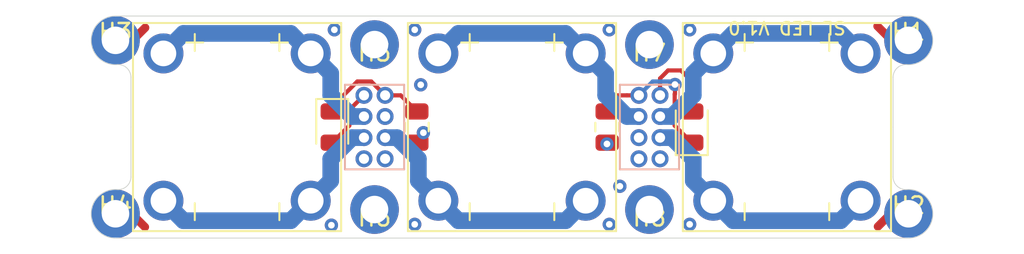
<source format=kicad_pcb>
(kicad_pcb (version 20171130) (host pcbnew "(5.1.4)-1")

  (general
    (thickness 1.6)
    (drawings 15)
    (tracks 95)
    (zones 0)
    (modules 17)
    (nets 12)
  )

  (page A4)
  (layers
    (0 F.Cu signal)
    (31 B.Cu signal)
    (32 B.Adhes user)
    (33 F.Adhes user)
    (34 B.Paste user)
    (35 F.Paste user)
    (36 B.SilkS user)
    (37 F.SilkS user)
    (38 B.Mask user)
    (39 F.Mask user)
    (40 Dwgs.User user)
    (41 Cmts.User user)
    (42 Eco1.User user)
    (43 Eco2.User user)
    (44 Edge.Cuts user)
    (45 Margin user)
    (46 B.CrtYd user)
    (47 F.CrtYd user)
    (48 B.Fab user)
    (49 F.Fab user)
  )

  (setup
    (last_trace_width 0.25)
    (user_trace_width 0.2)
    (user_trace_width 0.5)
    (user_trace_width 1)
    (trace_clearance 0.2)
    (zone_clearance 0.254)
    (zone_45_only no)
    (trace_min 0.2)
    (via_size 0.8)
    (via_drill 0.4)
    (via_min_size 0.4)
    (via_min_drill 0.3)
    (uvia_size 0.3)
    (uvia_drill 0.1)
    (uvias_allowed no)
    (uvia_min_size 0.2)
    (uvia_min_drill 0.1)
    (edge_width 0.05)
    (segment_width 0.2)
    (pcb_text_width 0.3)
    (pcb_text_size 1.5 1.5)
    (mod_edge_width 0.12)
    (mod_text_size 1 1)
    (mod_text_width 0.15)
    (pad_size 1.524 1.524)
    (pad_drill 0.762)
    (pad_to_mask_clearance 0.051)
    (solder_mask_min_width 0.25)
    (aux_axis_origin 0 0)
    (visible_elements 7FFFFFFF)
    (pcbplotparams
      (layerselection 0x010fc_ffffffff)
      (usegerberextensions false)
      (usegerberattributes false)
      (usegerberadvancedattributes false)
      (creategerberjobfile false)
      (excludeedgelayer true)
      (linewidth 0.100000)
      (plotframeref false)
      (viasonmask false)
      (mode 1)
      (useauxorigin false)
      (hpglpennumber 1)
      (hpglpenspeed 20)
      (hpglpendiameter 15.000000)
      (psnegative false)
      (psa4output false)
      (plotreference true)
      (plotvalue true)
      (plotinvisibletext false)
      (padsonsilk false)
      (subtractmaskfromsilk false)
      (outputformat 1)
      (mirror false)
      (drillshape 0)
      (scaleselection 1)
      (outputdirectory "SkateLightLEDBoard1.0/"))
  )

  (net 0 "")
  (net 1 LightSense1)
  (net 2 LightSense2)
  (net 3 GND)
  (net 4 LED2A)
  (net 5 LED1C)
  (net 6 LED1A)
  (net 7 LED2C)
  (net 8 LED3A)
  (net 9 LED3C)
  (net 10 3V3_1)
  (net 11 3V3_2)

  (net_class Default "This is the default net class."
    (clearance 0.2)
    (trace_width 0.25)
    (via_dia 0.8)
    (via_drill 0.4)
    (uvia_dia 0.3)
    (uvia_drill 0.1)
    (add_net 3V3_1)
    (add_net 3V3_2)
    (add_net GND)
    (add_net LED1A)
    (add_net LED1C)
    (add_net LED2A)
    (add_net LED2C)
    (add_net LED3A)
    (add_net LED3C)
    (add_net LightSense1)
    (add_net LightSense2)
  )

  (module LolomoloKiCADLib:Conn_2x4_0.05in (layer B.Cu) (tedit 5DB23ACC) (tstamp 5DB330C1)
    (at -7.62 -1.905 180)
    (path /5DE8A9BC)
    (fp_text reference J2 (at 0.6604 1.524 180) (layer B.SilkS) hide
      (effects (font (size 1 1) (thickness 0.15)) (justify mirror))
    )
    (fp_text value Conn_02x04_Odd_Even (at 0 0.5 180) (layer B.Fab)
      (effects (font (size 1 1) (thickness 0.15)) (justify mirror))
    )
    (fp_line (start -1.143 -4.445) (end -1.143 0.635) (layer B.SilkS) (width 0.12))
    (fp_line (start 2.413 -4.445) (end -1.143 -4.445) (layer B.SilkS) (width 0.12))
    (fp_line (start 2.413 0.635) (end 2.413 -4.445) (layer B.SilkS) (width 0.12))
    (fp_line (start -1.143 0.635) (end 2.413 0.635) (layer B.SilkS) (width 0.12))
    (pad 8 thru_hole circle (at 1.27 -3.81 180) (size 1.016 1.016) (drill 0.6096) (layers *.Cu *.Mask)
      (net 3 GND))
    (pad 7 thru_hole circle (at 0 -3.81 180) (size 1.016 1.016) (drill 0.6096) (layers *.Cu *.Mask))
    (pad 6 thru_hole circle (at 1.27 -2.54 180) (size 1.016 1.016) (drill 0.6096) (layers *.Cu *.Mask)
      (net 9 LED3C))
    (pad 5 thru_hole circle (at 0 -2.54 180) (size 1.016 1.016) (drill 0.6096) (layers *.Cu *.Mask)
      (net 7 LED2C))
    (pad 4 thru_hole circle (at 1.27 -1.27 180) (size 1.016 1.016) (drill 0.6096) (layers *.Cu *.Mask)
      (net 8 LED3A))
    (pad 3 thru_hole circle (at 0 -1.27 180) (size 1.016 1.016) (drill 0.6096) (layers *.Cu *.Mask))
    (pad 2 thru_hole circle (at 1.27 0 180) (size 1.016 1.016) (drill 0.6096) (layers *.Cu *.Mask)
      (net 11 3V3_2))
    (pad 1 thru_hole circle (at 0 0 180) (size 1.016 1.016) (drill 0.6096) (layers *.Cu *.Mask)
      (net 2 LightSense2))
  )

  (module LolomoloKiCADLib:MH_0-80_Screw_Grounded (layer F.Cu) (tedit 5DB23F78) (tstamp 5DB3D970)
    (at 8.255 4.953)
    (path /5DB3FDBA)
    (fp_text reference H8 (at 0 0.5) (layer F.SilkS)
      (effects (font (size 1 1) (thickness 0.15)))
    )
    (fp_text value MountingHole_Pad (at 0 -0.5) (layer F.Fab)
      (effects (font (size 1 1) (thickness 0.15)))
    )
    (pad 1 thru_hole circle (at 0 0) (size 2.921 2.921) (drill 1.651) (layers *.Cu *.Mask)
      (net 3 GND))
  )

  (module LolomoloKiCADLib:MH_0-80_Screw_Grounded (layer F.Cu) (tedit 5DB23F78) (tstamp 5DB3D96B)
    (at 8.255 -4.953)
    (path /5DB3FDA0)
    (fp_text reference H7 (at 0 0.5) (layer F.SilkS)
      (effects (font (size 1 1) (thickness 0.15)))
    )
    (fp_text value MountingHole_Pad (at 0 -0.5) (layer F.Fab)
      (effects (font (size 1 1) (thickness 0.15)))
    )
    (pad 1 thru_hole circle (at 0 0) (size 2.921 2.921) (drill 1.651) (layers *.Cu *.Mask)
      (net 3 GND))
  )

  (module LolomoloKiCADLib:MH_0-80_Screw_Grounded (layer F.Cu) (tedit 5DB23F78) (tstamp 5DB3D966)
    (at -8.255 4.953)
    (path /5DB3FDAD)
    (fp_text reference H6 (at 0 0.5) (layer F.SilkS)
      (effects (font (size 1 1) (thickness 0.15)))
    )
    (fp_text value MountingHole_Pad (at 0 -0.5) (layer F.Fab)
      (effects (font (size 1 1) (thickness 0.15)))
    )
    (pad 1 thru_hole circle (at 0 0) (size 2.921 2.921) (drill 1.651) (layers *.Cu *.Mask)
      (net 3 GND))
  )

  (module LolomoloKiCADLib:MH_0-80_Screw_Grounded (layer F.Cu) (tedit 5DB23F78) (tstamp 5DB3D961)
    (at -8.255 -4.953)
    (path /5DB3FD93)
    (fp_text reference H5 (at 0 0.5) (layer F.SilkS)
      (effects (font (size 1 1) (thickness 0.15)))
    )
    (fp_text value MountingHole_Pad (at 0 -0.5) (layer F.Fab)
      (effects (font (size 1 1) (thickness 0.15)))
    )
    (pad 1 thru_hole circle (at 0 0) (size 2.921 2.921) (drill 1.651) (layers *.Cu *.Mask)
      (net 3 GND))
  )

  (module LolomoloKiCADLib:Conn_2x4_0.05in (layer B.Cu) (tedit 5DB23ACC) (tstamp 5DB3376C)
    (at 8.89 -1.905 180)
    (path /5DE89DA5)
    (fp_text reference J1 (at 0.6604 1.524) (layer B.SilkS) hide
      (effects (font (size 1 1) (thickness 0.15)) (justify mirror))
    )
    (fp_text value Conn_02x04_Odd_Even (at 0 0.5) (layer B.Fab)
      (effects (font (size 1 1) (thickness 0.15)) (justify mirror))
    )
    (fp_line (start -1.143 -4.445) (end -1.143 0.635) (layer B.SilkS) (width 0.12))
    (fp_line (start 2.413 -4.445) (end -1.143 -4.445) (layer B.SilkS) (width 0.12))
    (fp_line (start 2.413 0.635) (end 2.413 -4.445) (layer B.SilkS) (width 0.12))
    (fp_line (start -1.143 0.635) (end 2.413 0.635) (layer B.SilkS) (width 0.12))
    (pad 8 thru_hole circle (at 1.27 -3.81 180) (size 1.016 1.016) (drill 0.6096) (layers *.Cu *.Mask)
      (net 3 GND))
    (pad 7 thru_hole circle (at 0 -3.81 180) (size 1.016 1.016) (drill 0.6096) (layers *.Cu *.Mask))
    (pad 6 thru_hole circle (at 1.27 -2.54 180) (size 1.016 1.016) (drill 0.6096) (layers *.Cu *.Mask))
    (pad 5 thru_hole circle (at 0 -2.54 180) (size 1.016 1.016) (drill 0.6096) (layers *.Cu *.Mask)
      (net 5 LED1C))
    (pad 4 thru_hole circle (at 1.27 -1.27 180) (size 1.016 1.016) (drill 0.6096) (layers *.Cu *.Mask)
      (net 4 LED2A))
    (pad 3 thru_hole circle (at 0 -1.27 180) (size 1.016 1.016) (drill 0.6096) (layers *.Cu *.Mask)
      (net 6 LED1A))
    (pad 2 thru_hole circle (at 1.27 0 180) (size 1.016 1.016) (drill 0.6096) (layers *.Cu *.Mask)
      (net 1 LightSense1))
    (pad 1 thru_hole circle (at 0 0 180) (size 1.016 1.016) (drill 0.6096) (layers *.Cu *.Mask)
      (net 10 3V3_1))
  )

  (module LolomoloKiCADLib:BXRE-40E0800-D-73 (layer F.Cu) (tedit 5DB23995) (tstamp 5DB3311A)
    (at 0 0 270)
    (path /5DE8D3C2)
    (fp_text reference U2 (at 0 0.5 90) (layer F.SilkS)
      (effects (font (size 1 1) (thickness 0.15)))
    )
    (fp_text value LED_4PinPackage (at 0 -0.5 90) (layer F.Fab)
      (effects (font (size 1 1) (thickness 0.15)))
    )
    (fp_line (start 4.572 2.54) (end 5.588 2.54) (layer F.SilkS) (width 0.12))
    (fp_line (start 4.572 -2.54) (end 5.588 -2.54) (layer F.SilkS) (width 0.12))
    (fp_line (start -5.588 2.54) (end -4.572 2.54) (layer F.SilkS) (width 0.12))
    (fp_line (start -5.08 2.032) (end -5.08 3.048) (layer F.SilkS) (width 0.12))
    (fp_line (start -5.588 -2.54) (end -4.572 -2.54) (layer F.SilkS) (width 0.12))
    (fp_line (start -5.08 -3.048) (end -5.08 -2.032) (layer F.SilkS) (width 0.12))
    (fp_line (start 6.25 -6.25) (end 6.25 6.25) (layer F.SilkS) (width 0.12))
    (fp_line (start 6.25 6.25) (end -6.25 6.25) (layer F.SilkS) (width 0.12))
    (fp_line (start -6.25 6.25) (end -6.25 -6.25) (layer F.SilkS) (width 0.12))
    (fp_line (start -6.25 -6.25) (end 6.25 -6.25) (layer F.SilkS) (width 0.12))
    (pad "" np_thru_hole circle (at 0 0 270) (size 9 9) (drill 9) (layers *.Cu *.Mask))
    (pad 4 thru_hole circle (at 4.423 -4.423 180) (size 2.4 2.4) (drill 1.54) (layers *.Cu *.Mask)
      (net 7 LED2C))
    (pad 3 thru_hole circle (at 4.423 4.423 90) (size 2.4 2.4) (drill 1.54) (layers *.Cu *.Mask)
      (net 7 LED2C))
    (pad 2 thru_hole circle (at -4.423 4.423) (size 2.4 2.4) (drill 1.54) (layers *.Cu *.Mask)
      (net 4 LED2A))
    (pad 1 thru_hole circle (at -4.423 -4.423 270) (size 2.4 2.4) (drill 1.54) (layers *.Cu *.Mask)
      (net 4 LED2A))
  )

  (module Diode_SMD:D_0805_2012Metric (layer F.Cu) (tedit 5B36C52B) (tstamp 5DB33DE7)
    (at 10.795 0 90)
    (descr "Diode SMD 0805 (2012 Metric), square (rectangular) end terminal, IPC_7351 nominal, (Body size source: https://docs.google.com/spreadsheets/d/1BsfQQcO9C6DZCsRaXUlFlo91Tg2WpOkGARC1WS5S8t0/edit?usp=sharing), generated with kicad-footprint-generator")
    (tags diode)
    (path /5DE7FA2E)
    (attr smd)
    (fp_text reference D1 (at 0 -1.65 90) (layer F.SilkS) hide
      (effects (font (size 1 1) (thickness 0.15)))
    )
    (fp_text value D_Photo (at 0 1.65 90) (layer F.Fab)
      (effects (font (size 1 1) (thickness 0.15)))
    )
    (fp_text user %R (at 0 0 90) (layer F.Fab)
      (effects (font (size 0.5 0.5) (thickness 0.08)))
    )
    (fp_line (start 1.68 0.95) (end -1.68 0.95) (layer F.CrtYd) (width 0.05))
    (fp_line (start 1.68 -0.95) (end 1.68 0.95) (layer F.CrtYd) (width 0.05))
    (fp_line (start -1.68 -0.95) (end 1.68 -0.95) (layer F.CrtYd) (width 0.05))
    (fp_line (start -1.68 0.95) (end -1.68 -0.95) (layer F.CrtYd) (width 0.05))
    (fp_line (start -1.685 0.96) (end 1 0.96) (layer F.SilkS) (width 0.12))
    (fp_line (start -1.685 -0.96) (end -1.685 0.96) (layer F.SilkS) (width 0.12))
    (fp_line (start 1 -0.96) (end -1.685 -0.96) (layer F.SilkS) (width 0.12))
    (fp_line (start 1 0.6) (end 1 -0.6) (layer F.Fab) (width 0.1))
    (fp_line (start -1 0.6) (end 1 0.6) (layer F.Fab) (width 0.1))
    (fp_line (start -1 -0.3) (end -1 0.6) (layer F.Fab) (width 0.1))
    (fp_line (start -0.7 -0.6) (end -1 -0.3) (layer F.Fab) (width 0.1))
    (fp_line (start 1 -0.6) (end -0.7 -0.6) (layer F.Fab) (width 0.1))
    (pad 2 smd roundrect (at 0.9375 0 90) (size 0.975 1.4) (layers F.Cu F.Paste F.Mask) (roundrect_rratio 0.25)
      (net 10 3V3_1))
    (pad 1 smd roundrect (at -0.9375 0 90) (size 0.975 1.4) (layers F.Cu F.Paste F.Mask) (roundrect_rratio 0.25)
      (net 1 LightSense1))
    (model ${KISYS3DMOD}/Diode_SMD.3dshapes/D_0805_2012Metric.wrl
      (at (xyz 0 0 0))
      (scale (xyz 1 1 1))
      (rotate (xyz 0 0 0))
    )
  )

  (module Diode_SMD:D_0805_2012Metric (layer F.Cu) (tedit 5B36C52B) (tstamp 5DB3307A)
    (at -10.795 0 270)
    (descr "Diode SMD 0805 (2012 Metric), square (rectangular) end terminal, IPC_7351 nominal, (Body size source: https://docs.google.com/spreadsheets/d/1BsfQQcO9C6DZCsRaXUlFlo91Tg2WpOkGARC1WS5S8t0/edit?usp=sharing), generated with kicad-footprint-generator")
    (tags diode)
    (path /5DE8D3FA)
    (attr smd)
    (fp_text reference D2 (at 0 -1.65 90) (layer F.SilkS) hide
      (effects (font (size 1 1) (thickness 0.15)))
    )
    (fp_text value D_Photo (at 0 1.65 90) (layer F.Fab)
      (effects (font (size 1 1) (thickness 0.15)))
    )
    (fp_text user %R (at 0 0 90) (layer F.Fab)
      (effects (font (size 0.5 0.5) (thickness 0.08)))
    )
    (fp_line (start 1.68 0.95) (end -1.68 0.95) (layer F.CrtYd) (width 0.05))
    (fp_line (start 1.68 -0.95) (end 1.68 0.95) (layer F.CrtYd) (width 0.05))
    (fp_line (start -1.68 -0.95) (end 1.68 -0.95) (layer F.CrtYd) (width 0.05))
    (fp_line (start -1.68 0.95) (end -1.68 -0.95) (layer F.CrtYd) (width 0.05))
    (fp_line (start -1.685 0.96) (end 1 0.96) (layer F.SilkS) (width 0.12))
    (fp_line (start -1.685 -0.96) (end -1.685 0.96) (layer F.SilkS) (width 0.12))
    (fp_line (start 1 -0.96) (end -1.685 -0.96) (layer F.SilkS) (width 0.12))
    (fp_line (start 1 0.6) (end 1 -0.6) (layer F.Fab) (width 0.1))
    (fp_line (start -1 0.6) (end 1 0.6) (layer F.Fab) (width 0.1))
    (fp_line (start -1 -0.3) (end -1 0.6) (layer F.Fab) (width 0.1))
    (fp_line (start -0.7 -0.6) (end -1 -0.3) (layer F.Fab) (width 0.1))
    (fp_line (start 1 -0.6) (end -0.7 -0.6) (layer F.Fab) (width 0.1))
    (pad 2 smd roundrect (at 0.9375 0 270) (size 0.975 1.4) (layers F.Cu F.Paste F.Mask) (roundrect_rratio 0.25)
      (net 11 3V3_2))
    (pad 1 smd roundrect (at -0.9375 0 270) (size 0.975 1.4) (layers F.Cu F.Paste F.Mask) (roundrect_rratio 0.25)
      (net 2 LightSense2))
    (model ${KISYS3DMOD}/Diode_SMD.3dshapes/D_0805_2012Metric.wrl
      (at (xyz 0 0 0))
      (scale (xyz 1 1 1))
      (rotate (xyz 0 0 0))
    )
  )

  (module LolomoloKiCADLib:MH_0-80_Screw_Grounded (layer F.Cu) (tedit 5DB23F78) (tstamp 5DB33092)
    (at 23.8125 -5.207 180)
    (path /5DEAD1D5)
    (fp_text reference H1 (at 0 0.5) (layer F.SilkS)
      (effects (font (size 1 1) (thickness 0.15)))
    )
    (fp_text value MountingHole_Pad (at 0 -0.5) (layer F.Fab)
      (effects (font (size 1 1) (thickness 0.15)))
    )
    (pad 1 thru_hole circle (at 0 0 180) (size 2.921 2.921) (drill 1.651) (layers *.Cu *.Mask)
      (net 3 GND))
  )

  (module LolomoloKiCADLib:MH_0-80_Screw_Grounded (layer F.Cu) (tedit 5DB23F78) (tstamp 5DB33097)
    (at 23.8125 5.207 180)
    (path /5DEB2AF6)
    (fp_text reference H2 (at 0 0.5) (layer F.SilkS)
      (effects (font (size 1 1) (thickness 0.15)))
    )
    (fp_text value MountingHole_Pad (at 0 -0.5) (layer F.Fab)
      (effects (font (size 1 1) (thickness 0.15)))
    )
    (pad 1 thru_hole circle (at 0 0 180) (size 2.921 2.921) (drill 1.651) (layers *.Cu *.Mask)
      (net 3 GND))
  )

  (module LolomoloKiCADLib:MH_0-80_Screw_Grounded (layer F.Cu) (tedit 5DB23F78) (tstamp 5DB3309C)
    (at -23.8125 -5.207 180)
    (path /5DEB13FB)
    (fp_text reference H3 (at 0 0.5) (layer F.SilkS)
      (effects (font (size 1 1) (thickness 0.15)))
    )
    (fp_text value MountingHole_Pad (at 0 -0.5) (layer F.Fab)
      (effects (font (size 1 1) (thickness 0.15)))
    )
    (pad 1 thru_hole circle (at 0 0 180) (size 2.921 2.921) (drill 1.651) (layers *.Cu *.Mask)
      (net 3 GND))
  )

  (module LolomoloKiCADLib:MH_0-80_Screw_Grounded (layer F.Cu) (tedit 5DB23F78) (tstamp 5DB330A1)
    (at -23.8125 5.207 180)
    (path /5DEB431C)
    (fp_text reference H4 (at 0 0.5) (layer F.SilkS)
      (effects (font (size 1 1) (thickness 0.15)))
    )
    (fp_text value MountingHole_Pad (at 0 -0.5) (layer F.Fab)
      (effects (font (size 1 1) (thickness 0.15)))
    )
    (pad 1 thru_hole circle (at 0 0 180) (size 2.921 2.921) (drill 1.651) (layers *.Cu *.Mask)
      (net 3 GND))
  )

  (module Resistor_SMD:R_0805_2012Metric (layer F.Cu) (tedit 5B36C52B) (tstamp 5DB330D2)
    (at 5.715 0 270)
    (descr "Resistor SMD 0805 (2012 Metric), square (rectangular) end terminal, IPC_7351 nominal, (Body size source: https://docs.google.com/spreadsheets/d/1BsfQQcO9C6DZCsRaXUlFlo91Tg2WpOkGARC1WS5S8t0/edit?usp=sharing), generated with kicad-footprint-generator")
    (tags resistor)
    (path /5DE8211B)
    (attr smd)
    (fp_text reference R1 (at 0 -1.65 90) (layer F.SilkS) hide
      (effects (font (size 1 1) (thickness 0.15)))
    )
    (fp_text value R (at 0 1.65 90) (layer F.Fab)
      (effects (font (size 1 1) (thickness 0.15)))
    )
    (fp_text user %R (at 0 0 90) (layer F.Fab)
      (effects (font (size 0.5 0.5) (thickness 0.08)))
    )
    (fp_line (start 1.68 0.95) (end -1.68 0.95) (layer F.CrtYd) (width 0.05))
    (fp_line (start 1.68 -0.95) (end 1.68 0.95) (layer F.CrtYd) (width 0.05))
    (fp_line (start -1.68 -0.95) (end 1.68 -0.95) (layer F.CrtYd) (width 0.05))
    (fp_line (start -1.68 0.95) (end -1.68 -0.95) (layer F.CrtYd) (width 0.05))
    (fp_line (start -0.258578 0.71) (end 0.258578 0.71) (layer F.SilkS) (width 0.12))
    (fp_line (start -0.258578 -0.71) (end 0.258578 -0.71) (layer F.SilkS) (width 0.12))
    (fp_line (start 1 0.6) (end -1 0.6) (layer F.Fab) (width 0.1))
    (fp_line (start 1 -0.6) (end 1 0.6) (layer F.Fab) (width 0.1))
    (fp_line (start -1 -0.6) (end 1 -0.6) (layer F.Fab) (width 0.1))
    (fp_line (start -1 0.6) (end -1 -0.6) (layer F.Fab) (width 0.1))
    (pad 2 smd roundrect (at 0.9375 0 270) (size 0.975 1.4) (layers F.Cu F.Paste F.Mask) (roundrect_rratio 0.25)
      (net 3 GND))
    (pad 1 smd roundrect (at -0.9375 0 270) (size 0.975 1.4) (layers F.Cu F.Paste F.Mask) (roundrect_rratio 0.25)
      (net 1 LightSense1))
    (model ${KISYS3DMOD}/Resistor_SMD.3dshapes/R_0805_2012Metric.wrl
      (at (xyz 0 0 0))
      (scale (xyz 1 1 1))
      (rotate (xyz 0 0 0))
    )
  )

  (module Resistor_SMD:R_0805_2012Metric (layer F.Cu) (tedit 5B36C52B) (tstamp 5DB330E3)
    (at -5.715 0 270)
    (descr "Resistor SMD 0805 (2012 Metric), square (rectangular) end terminal, IPC_7351 nominal, (Body size source: https://docs.google.com/spreadsheets/d/1BsfQQcO9C6DZCsRaXUlFlo91Tg2WpOkGARC1WS5S8t0/edit?usp=sharing), generated with kicad-footprint-generator")
    (tags resistor)
    (path /5DE8D404)
    (attr smd)
    (fp_text reference R2 (at 0 -1.65 90) (layer F.SilkS) hide
      (effects (font (size 1 1) (thickness 0.15)))
    )
    (fp_text value R (at 0 1.65 90) (layer F.Fab)
      (effects (font (size 1 1) (thickness 0.15)))
    )
    (fp_text user %R (at 0 0 90) (layer F.Fab)
      (effects (font (size 0.5 0.5) (thickness 0.08)))
    )
    (fp_line (start 1.68 0.95) (end -1.68 0.95) (layer F.CrtYd) (width 0.05))
    (fp_line (start 1.68 -0.95) (end 1.68 0.95) (layer F.CrtYd) (width 0.05))
    (fp_line (start -1.68 -0.95) (end 1.68 -0.95) (layer F.CrtYd) (width 0.05))
    (fp_line (start -1.68 0.95) (end -1.68 -0.95) (layer F.CrtYd) (width 0.05))
    (fp_line (start -0.258578 0.71) (end 0.258578 0.71) (layer F.SilkS) (width 0.12))
    (fp_line (start -0.258578 -0.71) (end 0.258578 -0.71) (layer F.SilkS) (width 0.12))
    (fp_line (start 1 0.6) (end -1 0.6) (layer F.Fab) (width 0.1))
    (fp_line (start 1 -0.6) (end 1 0.6) (layer F.Fab) (width 0.1))
    (fp_line (start -1 -0.6) (end 1 -0.6) (layer F.Fab) (width 0.1))
    (fp_line (start -1 0.6) (end -1 -0.6) (layer F.Fab) (width 0.1))
    (pad 2 smd roundrect (at 0.9375 0 270) (size 0.975 1.4) (layers F.Cu F.Paste F.Mask) (roundrect_rratio 0.25)
      (net 3 GND))
    (pad 1 smd roundrect (at -0.9375 0 270) (size 0.975 1.4) (layers F.Cu F.Paste F.Mask) (roundrect_rratio 0.25)
      (net 2 LightSense2))
    (model ${KISYS3DMOD}/Resistor_SMD.3dshapes/R_0805_2012Metric.wrl
      (at (xyz 0 0 0))
      (scale (xyz 1 1 1))
      (rotate (xyz 0 0 0))
    )
  )

  (module LolomoloKiCADLib:BXRE-40E0800-D-73 (layer F.Cu) (tedit 5DB23995) (tstamp 5DB33107)
    (at 16.51 0 270)
    (path /5DE7A465)
    (fp_text reference U1 (at 0 0.5 90) (layer F.SilkS)
      (effects (font (size 1 1) (thickness 0.15)))
    )
    (fp_text value LED_4PinPackage (at 0 -0.5 90) (layer F.Fab)
      (effects (font (size 1 1) (thickness 0.15)))
    )
    (fp_line (start 4.572 2.54) (end 5.588 2.54) (layer F.SilkS) (width 0.12))
    (fp_line (start 4.572 -2.54) (end 5.588 -2.54) (layer F.SilkS) (width 0.12))
    (fp_line (start -5.588 2.54) (end -4.572 2.54) (layer F.SilkS) (width 0.12))
    (fp_line (start -5.08 2.032) (end -5.08 3.048) (layer F.SilkS) (width 0.12))
    (fp_line (start -5.588 -2.54) (end -4.572 -2.54) (layer F.SilkS) (width 0.12))
    (fp_line (start -5.08 -3.048) (end -5.08 -2.032) (layer F.SilkS) (width 0.12))
    (fp_line (start 6.25 -6.25) (end 6.25 6.25) (layer F.SilkS) (width 0.12))
    (fp_line (start 6.25 6.25) (end -6.25 6.25) (layer F.SilkS) (width 0.12))
    (fp_line (start -6.25 6.25) (end -6.25 -6.25) (layer F.SilkS) (width 0.12))
    (fp_line (start -6.25 -6.25) (end 6.25 -6.25) (layer F.SilkS) (width 0.12))
    (pad "" np_thru_hole circle (at 0 0 270) (size 9 9) (drill 9) (layers *.Cu *.Mask))
    (pad 4 thru_hole circle (at 4.423 -4.423 180) (size 2.4 2.4) (drill 1.54) (layers *.Cu *.Mask)
      (net 5 LED1C))
    (pad 3 thru_hole circle (at 4.423 4.423 90) (size 2.4 2.4) (drill 1.54) (layers *.Cu *.Mask)
      (net 5 LED1C))
    (pad 2 thru_hole circle (at -4.423 4.423) (size 2.4 2.4) (drill 1.54) (layers *.Cu *.Mask)
      (net 6 LED1A))
    (pad 1 thru_hole circle (at -4.423 -4.423 270) (size 2.4 2.4) (drill 1.54) (layers *.Cu *.Mask)
      (net 6 LED1A))
  )

  (module LolomoloKiCADLib:BXRE-40E0800-D-73 (layer F.Cu) (tedit 5DB23995) (tstamp 5DB3312D)
    (at -16.51 0 270)
    (path /5DE91689)
    (fp_text reference U3 (at 0 0.5 90) (layer F.SilkS)
      (effects (font (size 1 1) (thickness 0.15)))
    )
    (fp_text value LED_4PinPackage (at 0 -0.5 90) (layer F.Fab)
      (effects (font (size 1 1) (thickness 0.15)))
    )
    (fp_line (start 4.572 2.54) (end 5.588 2.54) (layer F.SilkS) (width 0.12))
    (fp_line (start 4.572 -2.54) (end 5.588 -2.54) (layer F.SilkS) (width 0.12))
    (fp_line (start -5.588 2.54) (end -4.572 2.54) (layer F.SilkS) (width 0.12))
    (fp_line (start -5.08 2.032) (end -5.08 3.048) (layer F.SilkS) (width 0.12))
    (fp_line (start -5.588 -2.54) (end -4.572 -2.54) (layer F.SilkS) (width 0.12))
    (fp_line (start -5.08 -3.048) (end -5.08 -2.032) (layer F.SilkS) (width 0.12))
    (fp_line (start 6.25 -6.25) (end 6.25 6.25) (layer F.SilkS) (width 0.12))
    (fp_line (start 6.25 6.25) (end -6.25 6.25) (layer F.SilkS) (width 0.12))
    (fp_line (start -6.25 6.25) (end -6.25 -6.25) (layer F.SilkS) (width 0.12))
    (fp_line (start -6.25 -6.25) (end 6.25 -6.25) (layer F.SilkS) (width 0.12))
    (pad "" np_thru_hole circle (at 0 0 270) (size 9 9) (drill 9) (layers *.Cu *.Mask))
    (pad 4 thru_hole circle (at 4.423 -4.423 180) (size 2.4 2.4) (drill 1.54) (layers *.Cu *.Mask)
      (net 9 LED3C))
    (pad 3 thru_hole circle (at 4.423 4.423 90) (size 2.4 2.4) (drill 1.54) (layers *.Cu *.Mask)
      (net 9 LED3C))
    (pad 2 thru_hole circle (at -4.423 4.423) (size 2.4 2.4) (drill 1.54) (layers *.Cu *.Mask)
      (net 8 LED3A))
    (pad 1 thru_hole circle (at -4.423 -4.423 270) (size 2.4 2.4) (drill 1.54) (layers *.Cu *.Mask)
      (net 8 LED3A))
  )

  (gr_text "SL LED V1.0" (at 16.51 -5.969 180) (layer F.SilkS)
    (effects (font (size 0.762 0.762) (thickness 0.127)))
  )
  (gr_arc (start -23.648924 -2.990596) (end -22.886924 -2.990342) (angle -94.2) (layer Edge.Cuts) (width 0.0508) (tstamp 5DB23F0D))
  (gr_line (start -22.886924 -2.990596) (end -22.886924 0) (layer Edge.Cuts) (width 0.0508) (tstamp 5DB23F0A))
  (gr_arc (start 23.648924 -2.990596) (end 22.886924 -2.990342) (angle 94.2) (layer Edge.Cuts) (width 0.0508) (tstamp 5DB23F07))
  (gr_line (start 22.886924 -2.990596) (end 22.886924 0) (layer Edge.Cuts) (width 0.0508) (tstamp 5DB23F04))
  (gr_arc (start 23.8125 -5.207) (end 23.705058 -3.750564) (angle -184.2) (layer Edge.Cuts) (width 0.0508) (tstamp 5DB23F01))
  (gr_arc (start -23.8125 -5.207) (end -23.705058 -3.750564) (angle 184.2) (layer Edge.Cuts) (width 0.0508) (tstamp 5DB23EFE))
  (gr_line (start -23.8125 -6.6675) (end 23.8125 -6.6675) (layer Edge.Cuts) (width 0.0508) (tstamp 5DB23EFB))
  (gr_arc (start -23.648924 2.990596) (end -22.886924 2.990342) (angle 94.2) (layer Edge.Cuts) (width 0.0508) (tstamp 5DB23EEA))
  (gr_line (start -22.886924 2.990596) (end -22.886924 0) (layer Edge.Cuts) (width 0.0508) (tstamp 5DB23EE9))
  (gr_arc (start -23.8125 5.207) (end -23.705058 3.750564) (angle -184.2) (layer Edge.Cuts) (width 0.0508) (tstamp 5DB23EE8))
  (gr_line (start 22.886924 2.990596) (end 22.886924 0) (layer Edge.Cuts) (width 0.0508) (tstamp 5DB23EE3))
  (gr_arc (start 23.648924 2.990596) (end 22.886924 2.990342) (angle -94.2) (layer Edge.Cuts) (width 0.0508) (tstamp 5DB23EE0))
  (gr_arc (start 23.8125 5.207) (end 23.705058 3.750564) (angle 184.2) (layer Edge.Cuts) (width 0.0508) (tstamp 5DB23EE6))
  (gr_line (start 23.8125 6.6675) (end -23.8125 6.6675) (layer Edge.Cuts) (width 0.0508))

  (segment (start 6.90158 -1.905) (end 7.62 -1.905) (width 0.25) (layer F.Cu) (net 1))
  (segment (start 6.095 -1.905) (end 6.90158 -1.905) (width 0.25) (layer F.Cu) (net 1))
  (segment (start 5.715 -1.525) (end 6.095 -1.905) (width 0.25) (layer F.Cu) (net 1))
  (segment (start 5.715 -0.9375) (end 5.715 -1.525) (width 0.25) (layer F.Cu) (net 1))
  (via (at 9.786398 -2.55626) (size 0.8) (drill 0.4) (layers F.Cu B.Cu) (net 1))
  (segment (start 9.604657 -2.738001) (end 9.786398 -2.55626) (width 0.25) (layer B.Cu) (net 1))
  (segment (start 7.62 -1.905) (end 8.453001 -2.738001) (width 0.25) (layer B.Cu) (net 1))
  (segment (start 8.453001 -2.738001) (end 9.604657 -2.738001) (width 0.25) (layer B.Cu) (net 1))
  (segment (start 10.238763 0.381263) (end 10.795 0.9375) (width 0.25) (layer F.Cu) (net 1))
  (segment (start 9.76999 -0.08751) (end 10.238763 0.381263) (width 0.25) (layer F.Cu) (net 1))
  (segment (start 9.76999 -1.974167) (end 9.76999 -0.08751) (width 0.25) (layer F.Cu) (net 1))
  (segment (start 9.786398 -1.990575) (end 9.76999 -1.974167) (width 0.25) (layer F.Cu) (net 1))
  (segment (start 9.786398 -2.55626) (end 9.786398 -1.990575) (width 0.25) (layer F.Cu) (net 1))
  (segment (start -8.127999 -2.412999) (end -7.62 -1.905) (width 0.25) (layer F.Cu) (net 2))
  (segment (start -8.453001 -2.738001) (end -8.127999 -2.412999) (width 0.25) (layer F.Cu) (net 2))
  (segment (start -9.289841 -2.738001) (end -8.453001 -2.738001) (width 0.25) (layer F.Cu) (net 2))
  (segment (start -10.238763 -1.789079) (end -9.289841 -2.738001) (width 0.25) (layer F.Cu) (net 2))
  (segment (start -10.238763 -1.493737) (end -10.238763 -1.789079) (width 0.25) (layer F.Cu) (net 2))
  (segment (start -10.795 -0.9375) (end -10.238763 -1.493737) (width 0.25) (layer F.Cu) (net 2))
  (segment (start -6.6825 -1.905) (end -5.715 -0.9375) (width 0.25) (layer F.Cu) (net 2))
  (segment (start -7.62 -1.905) (end -6.6825 -1.905) (width 0.25) (layer F.Cu) (net 2))
  (via (at -5.3213 0.33782) (size 0.8) (drill 0.4) (layers F.Cu B.Cu) (net 3) (tstamp 5DB3E880) (status 30))
  (segment (start -7.3175 -4.356) (end -7.3175 -5.588) (width 0.2) (layer F.Cu) (net 3) (status 30))
  (segment (start -23.8125 -5.207) (end -22.78888 -5.207) (width 0.5) (layer F.Cu) (net 3) (status 30))
  (segment (start -22.78888 -5.207) (end -22.02942 -5.96646) (width 0.5) (layer F.Cu) (net 3) (status 10))
  (segment (start -23.8125 5.207) (end -22.83968 5.207) (width 0.5) (layer F.Cu) (net 3) (status 30))
  (segment (start -22.83968 5.207) (end -22.04466 6.00202) (width 0.5) (layer F.Cu) (net 3) (status 10))
  (segment (start 23.8125 -5.207) (end 22.79904 -5.207) (width 0.5) (layer F.Cu) (net 3) (status 30))
  (segment (start 22.79904 -5.207) (end 21.94814 -6.0579) (width 0.5) (layer F.Cu) (net 3) (status 10))
  (segment (start 23.8125 5.207) (end 22.74062 5.207) (width 0.5) (layer F.Cu) (net 3) (status 30))
  (segment (start 22.74062 5.207) (end 21.97354 5.97408) (width 0.5) (layer F.Cu) (net 3) (status 10))
  (via (at 10.668 5.842) (size 0.8) (drill 0.4) (layers F.Cu B.Cu) (net 3))
  (via (at 10.668 -5.842) (size 0.8) (drill 0.4) (layers F.Cu B.Cu) (net 3))
  (via (at 5.842 -5.842) (size 0.8) (drill 0.4) (layers F.Cu B.Cu) (net 3))
  (via (at 5.842 5.842) (size 0.8) (drill 0.4) (layers F.Cu B.Cu) (net 3))
  (via (at -5.842 -5.842) (size 0.8) (drill 0.4) (layers F.Cu B.Cu) (net 3))
  (via (at -5.842 5.842) (size 0.8) (drill 0.4) (layers F.Cu B.Cu) (net 3))
  (via (at -10.668 -5.842) (size 0.8) (drill 0.4) (layers F.Cu B.Cu) (net 3))
  (via (at -10.8458 5.8928) (size 0.8) (drill 0.4) (layers F.Cu B.Cu) (net 3))
  (via (at 5.7023 1.01346) (size 0.8) (drill 0.4) (layers F.Cu B.Cu) (net 3))
  (via (at 6.477 3.556) (size 0.8) (drill 0.4) (layers F.Cu B.Cu) (net 3))
  (segment (start -9.255 5.522) (end -9.255 4.922) (width 0.2) (layer F.Cu) (net 3) (status 30))
  (segment (start -7.255 4.572) (end -7.255 5.172) (width 0.2) (layer F.Cu) (net 3) (status 30))
  (via (at -5.48132 -2.53746) (size 0.8) (drill 0.4) (layers F.Cu B.Cu) (net 3))
  (segment (start 6.90158 -0.635) (end 7.62 -0.635) (width 1) (layer B.Cu) (net 4) (status 20))
  (segment (start 5.622999 -1.913581) (end 6.90158 -0.635) (width 1) (layer B.Cu) (net 4))
  (segment (start 5.622999 -3.223001) (end 5.622999 -1.913581) (width 1) (layer B.Cu) (net 4))
  (segment (start 4.423 -4.423) (end 5.622999 -3.223001) (width 1) (layer B.Cu) (net 4) (status 10))
  (segment (start 3.223001 -5.622999) (end 4.423 -4.423) (width 1) (layer B.Cu) (net 4) (status 20))
  (segment (start -3.223001 -5.622999) (end 3.223001 -5.622999) (width 1) (layer B.Cu) (net 4))
  (segment (start -4.423 -4.423) (end -3.223001 -5.622999) (width 1) (layer B.Cu) (net 4) (status 10))
  (segment (start 13.286999 5.622999) (end 12.087 4.423) (width 1) (layer B.Cu) (net 5) (status 20))
  (segment (start 19.733001 5.622999) (end 13.286999 5.622999) (width 1) (layer B.Cu) (net 5))
  (segment (start 20.933 4.423) (end 19.733001 5.622999) (width 1) (layer B.Cu) (net 5) (status 10))
  (segment (start 9.60842 0.635) (end 8.89 0.635) (width 1) (layer B.Cu) (net 5) (status 20))
  (segment (start 10.887001 1.913581) (end 9.60842 0.635) (width 1) (layer B.Cu) (net 5))
  (segment (start 10.887001 3.223001) (end 10.887001 1.913581) (width 1) (layer B.Cu) (net 5))
  (segment (start 12.087 4.423) (end 10.887001 3.223001) (width 1) (layer B.Cu) (net 5) (status 10))
  (segment (start 13.286999 -5.622999) (end 12.087 -4.423) (width 1) (layer B.Cu) (net 6) (status 20))
  (segment (start 19.733001 -5.622999) (end 13.286999 -5.622999) (width 1) (layer B.Cu) (net 6))
  (segment (start 20.933 -4.423) (end 19.733001 -5.622999) (width 1) (layer B.Cu) (net 6) (status 10))
  (segment (start 12.087 -4.423) (end 10.887001 -3.223001) (width 1) (layer B.Cu) (net 6) (status 10))
  (segment (start 10.887001 -3.223001) (end 10.887001 -1.913581) (width 1) (layer B.Cu) (net 6))
  (segment (start 10.887001 -1.913581) (end 9.60842 -0.635) (width 1) (layer B.Cu) (net 6))
  (segment (start 9.60842 -0.635) (end 8.89 -0.635) (width 1) (layer B.Cu) (net 6) (status 20))
  (segment (start 3.223001 5.622999) (end 4.423 4.423) (width 1) (layer B.Cu) (net 7) (status 20))
  (segment (start -3.223001 5.622999) (end 3.223001 5.622999) (width 1) (layer B.Cu) (net 7))
  (segment (start -4.423 4.423) (end -3.223001 5.622999) (width 1) (layer B.Cu) (net 7) (status 10))
  (segment (start -6.90158 0.635) (end -7.62 0.635) (width 1) (layer B.Cu) (net 7) (status 20))
  (segment (start -5.622999 1.913581) (end -6.90158 0.635) (width 1) (layer B.Cu) (net 7))
  (segment (start -5.622999 3.223001) (end -5.622999 1.913581) (width 1) (layer B.Cu) (net 7))
  (segment (start -4.423 4.423) (end -5.622999 3.223001) (width 1) (layer B.Cu) (net 7) (status 10))
  (segment (start -13.286999 -5.622999) (end -12.087 -4.423) (width 1) (layer B.Cu) (net 8) (status 20))
  (segment (start -19.733001 -5.622999) (end -13.286999 -5.622999) (width 1) (layer B.Cu) (net 8))
  (segment (start -20.933 -4.423) (end -19.733001 -5.622999) (width 1) (layer B.Cu) (net 8) (status 10))
  (segment (start -9.60842 -0.635) (end -8.89 -0.635) (width 1) (layer B.Cu) (net 8) (status 20))
  (segment (start -10.887001 -1.913581) (end -9.60842 -0.635) (width 1) (layer B.Cu) (net 8))
  (segment (start -10.887001 -3.223001) (end -10.887001 -1.913581) (width 1) (layer B.Cu) (net 8))
  (segment (start -12.087 -4.423) (end -10.887001 -3.223001) (width 1) (layer B.Cu) (net 8) (status 10))
  (segment (start -13.286999 5.622999) (end -12.087 4.423) (width 1) (layer B.Cu) (net 9) (status 20))
  (segment (start -19.733001 5.622999) (end -13.286999 5.622999) (width 1) (layer B.Cu) (net 9))
  (segment (start -20.933 4.423) (end -19.733001 5.622999) (width 1) (layer B.Cu) (net 9) (status 10))
  (segment (start -9.60842 0.635) (end -8.89 0.635) (width 1) (layer B.Cu) (net 9) (status 20))
  (segment (start -10.887001 1.913581) (end -9.60842 0.635) (width 1) (layer B.Cu) (net 9))
  (segment (start -10.887001 3.223001) (end -10.887001 1.913581) (width 1) (layer B.Cu) (net 9))
  (segment (start -12.087 4.423) (end -10.887001 3.223001) (width 1) (layer B.Cu) (net 9) (status 10))
  (segment (start 10.795 -0.9375) (end 10.795 -2.75082) (width 0.25) (layer F.Cu) (net 10))
  (segment (start 10.795 -2.75082) (end 10.14476 -3.40106) (width 0.25) (layer F.Cu) (net 10))
  (segment (start 10.14476 -3.40106) (end 9.3726 -3.40106) (width 0.25) (layer F.Cu) (net 10))
  (segment (start 8.89 -2.91846) (end 8.89 -1.905) (width 0.25) (layer F.Cu) (net 10))
  (segment (start 9.3726 -3.40106) (end 8.89 -2.91846) (width 0.25) (layer F.Cu) (net 10))
  (segment (start -9.397999 -1.397001) (end -8.89 -1.905) (width 0.25) (layer F.Cu) (net 11))
  (segment (start -9.76999 -1.02501) (end -9.397999 -1.397001) (width 0.25) (layer F.Cu) (net 11))
  (segment (start -9.76999 -0.08751) (end -9.76999 -1.02501) (width 0.25) (layer F.Cu) (net 11))
  (segment (start -10.795 0.9375) (end -9.76999 -0.08751) (width 0.25) (layer F.Cu) (net 11))

  (zone (net 3) (net_name GND) (layer F.Cu) (tstamp 5DB347A6) (hatch edge 0.508)
    (connect_pads (clearance 0.254))
    (min_thickness 0.254)
    (fill (arc_segments 32) (thermal_gap 0.254) (thermal_bridge_width 0.508))
    (polygon
      (pts
        (xy 25.4 7.62) (xy -25.4 7.62) (xy -25.4 -7.62) (xy 25.4 -7.62)
      )
    )
  )
  (zone (net 3) (net_name GND) (layer B.Cu) (tstamp 5DB347A3) (hatch edge 0.508)
    (connect_pads (clearance 0.254))
    (min_thickness 0.254)
    (fill (arc_segments 32) (thermal_gap 0.254) (thermal_bridge_width 0.508))
    (polygon
      (pts
        (xy 25.39238 7.609264) (xy -25.40762 7.609264) (xy -25.40762 -7.630736) (xy 25.39238 -7.630736)
      )
    )
  )
)

</source>
